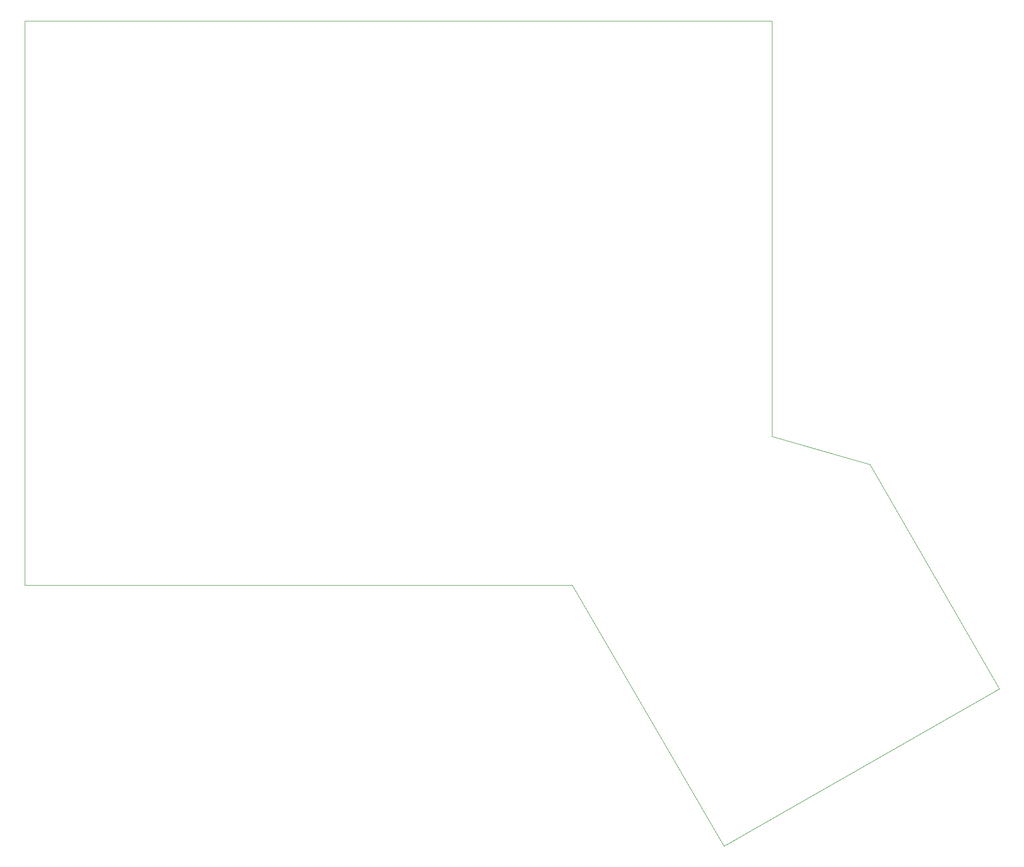
<source format=gbr>
%TF.GenerationSoftware,KiCad,Pcbnew,(6.0.9)*%
%TF.CreationDate,2022-12-02T11:33:43-08:00*%
%TF.ProjectId,keyboard_left,6b657962-6f61-4726-945f-6c6566742e6b,rev?*%
%TF.SameCoordinates,Original*%
%TF.FileFunction,Profile,NP*%
%FSLAX46Y46*%
G04 Gerber Fmt 4.6, Leading zero omitted, Abs format (unit mm)*
G04 Created by KiCad (PCBNEW (6.0.9)) date 2022-12-02 11:33:43*
%MOMM*%
%LPD*%
G01*
G04 APERTURE LIST*
%TA.AperFunction,Profile*%
%ADD10C,0.100000*%
%TD*%
G04 APERTURE END LIST*
D10*
X146500000Y-166500000D02*
X119500000Y-120000000D01*
X172500000Y-98500000D02*
X195500000Y-138500000D01*
X119500000Y-120000000D02*
X22000000Y-120000000D01*
X155000000Y-93500000D02*
X172500000Y-98500000D01*
X22000000Y-120000000D02*
X22000000Y-19500000D01*
X155000000Y-19500000D02*
X155000000Y-93500000D01*
X195500000Y-138500000D02*
X146500000Y-166500000D01*
X22000000Y-19500000D02*
X155000000Y-19500000D01*
M02*

</source>
